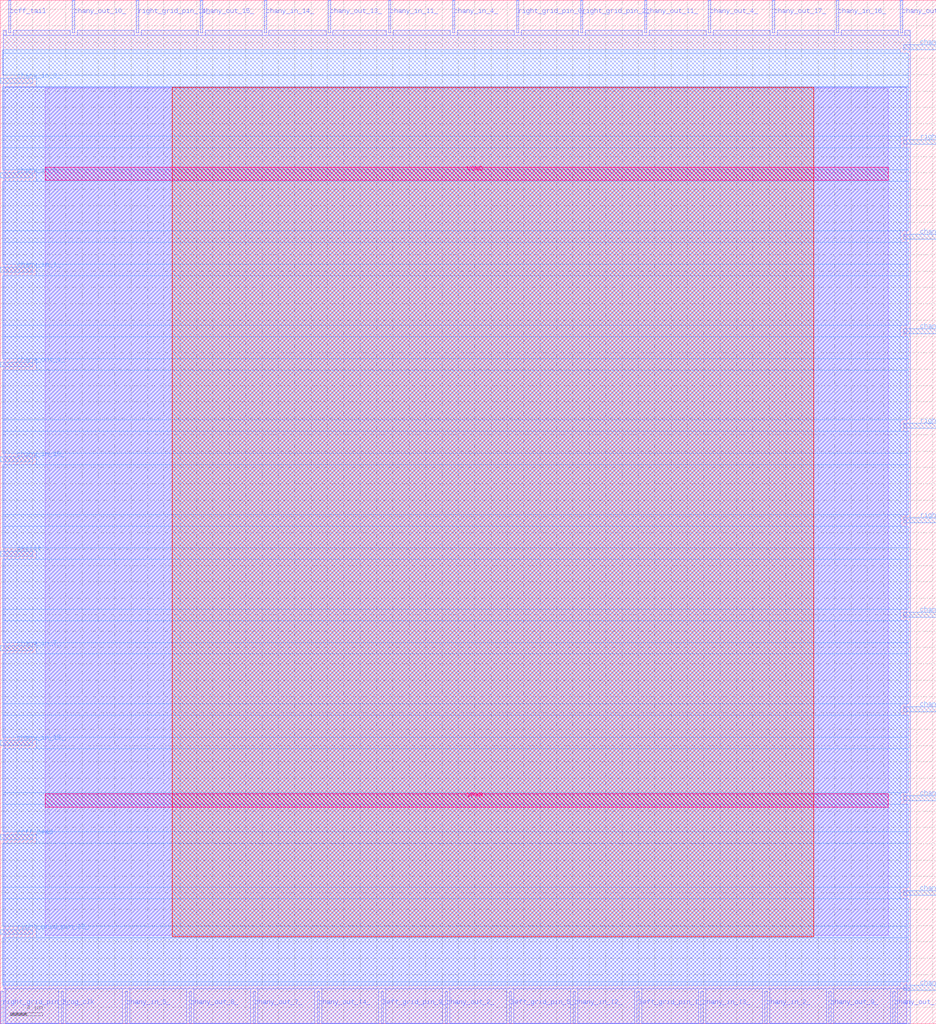
<source format=lef>
VERSION 5.7 ;
  NAMESCASESENSITIVE ON ;
  NOWIREEXTENSIONATPIN ON ;
  DIVIDERCHAR "/" ;
  BUSBITCHARS "[]" ;
UNITS
  DATABASE MICRONS 200 ;
END UNITS

MACRO cby_2__1_
  CLASS BLOCK ;
  FOREIGN cby_2__1_ ;
  ORIGIN 0.000 0.000 ;
  SIZE 114.410 BY 125.130 ;
  PIN ccff_head
    DIRECTION INPUT ;
    PORT
      LAYER met3 ;
        RECT 0.000 22.480 4.000 23.080 ;
    END
  END ccff_head
  PIN ccff_tail
    DIRECTION OUTPUT TRISTATE ;
    PORT
      LAYER met2 ;
        RECT 1.010 121.130 1.290 125.130 ;
    END
  END ccff_tail
  PIN chany_in_0_
    DIRECTION INPUT ;
    PORT
      LAYER met3 ;
        RECT 0.000 103.400 4.000 104.000 ;
    END
  END chany_in_0_
  PIN chany_in_10_
    DIRECTION INPUT ;
    PORT
      LAYER met3 ;
        RECT 0.000 68.720 4.000 69.320 ;
    END
  END chany_in_10_
  PIN chany_in_11_
    DIRECTION INPUT ;
    PORT
      LAYER met2 ;
        RECT 47.470 121.130 47.750 125.130 ;
    END
  END chany_in_11_
  PIN chany_in_12_
    DIRECTION INPUT ;
    PORT
      LAYER met2 ;
        RECT 70.010 0.000 70.290 4.000 ;
    END
  END chany_in_12_
  PIN chany_in_13_
    DIRECTION INPUT ;
    PORT
      LAYER met2 ;
        RECT 85.650 0.000 85.930 4.000 ;
    END
  END chany_in_13_
  PIN chany_in_14_
    DIRECTION INPUT ;
    PORT
      LAYER met2 ;
        RECT 32.290 121.130 32.570 125.130 ;
    END
  END chany_in_14_
  PIN chany_in_15_
    DIRECTION INPUT ;
    PORT
      LAYER met3 ;
        RECT 0.000 34.040 4.000 34.640 ;
    END
  END chany_in_15_
  PIN chany_in_16_
    DIRECTION INPUT ;
    PORT
      LAYER met2 ;
        RECT 102.210 121.130 102.490 125.130 ;
    END
  END chany_in_16_
  PIN chany_in_17_
    DIRECTION INPUT ;
    PORT
      LAYER met3 ;
        RECT 110.410 84.360 114.410 84.960 ;
    END
  END chany_in_17_
  PIN chany_in_1_
    DIRECTION INPUT ;
    PORT
      LAYER met3 ;
        RECT 0.000 91.840 4.000 92.440 ;
    END
  END chany_in_1_
  PIN chany_in_2_
    DIRECTION INPUT ;
    PORT
      LAYER met2 ;
        RECT 93.470 0.000 93.750 4.000 ;
    END
  END chany_in_2_
  PIN chany_in_3_
    DIRECTION INPUT ;
    PORT
      LAYER met3 ;
        RECT 0.000 114.960 4.000 115.560 ;
    END
  END chany_in_3_
  PIN chany_in_4_
    DIRECTION INPUT ;
    PORT
      LAYER met2 ;
        RECT 55.290 121.130 55.570 125.130 ;
    END
  END chany_in_4_
  PIN chany_in_5_
    DIRECTION INPUT ;
    PORT
      LAYER met2 ;
        RECT 15.270 0.000 15.550 4.000 ;
    END
  END chany_in_5_
  PIN chany_in_6_
    DIRECTION INPUT ;
    PORT
      LAYER met3 ;
        RECT 110.410 27.240 114.410 27.840 ;
    END
  END chany_in_6_
  PIN chany_in_7_
    DIRECTION INPUT ;
    PORT
      LAYER met3 ;
        RECT 0.000 45.600 4.000 46.200 ;
    END
  END chany_in_7_
  PIN chany_in_8_
    DIRECTION INPUT ;
    PORT
      LAYER met3 ;
        RECT 110.410 49.680 114.410 50.280 ;
    END
  END chany_in_8_
  PIN chany_in_9_
    DIRECTION INPUT ;
    PORT
      LAYER met3 ;
        RECT 110.410 119.040 114.410 119.640 ;
    END
  END chany_in_9_
  PIN chany_out_0_
    DIRECTION OUTPUT TRISTATE ;
    PORT
      LAYER met3 ;
        RECT 110.410 15.680 114.410 16.280 ;
    END
  END chany_out_0_
  PIN chany_out_10_
    DIRECTION OUTPUT TRISTATE ;
    PORT
      LAYER met2 ;
        RECT 8.830 121.130 9.110 125.130 ;
    END
  END chany_out_10_
  PIN chany_out_11_
    DIRECTION OUTPUT TRISTATE ;
    PORT
      LAYER met2 ;
        RECT 78.750 121.130 79.030 125.130 ;
    END
  END chany_out_11_
  PIN chany_out_12_
    DIRECTION OUTPUT TRISTATE ;
    PORT
      LAYER met3 ;
        RECT 110.410 4.120 114.410 4.720 ;
    END
  END chany_out_12_
  PIN chany_out_13_
    DIRECTION OUTPUT TRISTATE ;
    PORT
      LAYER met2 ;
        RECT 40.110 121.130 40.390 125.130 ;
    END
  END chany_out_13_
  PIN chany_out_14_
    DIRECTION OUTPUT TRISTATE ;
    PORT
      LAYER met2 ;
        RECT 38.730 0.000 39.010 4.000 ;
    END
  END chany_out_14_
  PIN chany_out_15_
    DIRECTION OUTPUT TRISTATE ;
    PORT
      LAYER met2 ;
        RECT 24.470 121.130 24.750 125.130 ;
    END
  END chany_out_15_
  PIN chany_out_16_
    DIRECTION OUTPUT TRISTATE ;
    PORT
      LAYER met2 ;
        RECT 109.110 0.000 109.390 4.000 ;
    END
  END chany_out_16_
  PIN chany_out_17_
    DIRECTION OUTPUT TRISTATE ;
    PORT
      LAYER met2 ;
        RECT 94.390 121.130 94.670 125.130 ;
    END
  END chany_out_17_
  PIN chany_out_1_
    DIRECTION OUTPUT TRISTATE ;
    PORT
      LAYER met3 ;
        RECT 0.000 80.280 4.000 80.880 ;
    END
  END chany_out_1_
  PIN chany_out_2_
    DIRECTION OUTPUT TRISTATE ;
    PORT
      LAYER met2 ;
        RECT 54.370 0.000 54.650 4.000 ;
    END
  END chany_out_2_
  PIN chany_out_3_
    DIRECTION OUTPUT TRISTATE ;
    PORT
      LAYER met3 ;
        RECT 110.410 95.920 114.410 96.520 ;
    END
  END chany_out_3_
  PIN chany_out_4_
    DIRECTION OUTPUT TRISTATE ;
    PORT
      LAYER met2 ;
        RECT 86.570 121.130 86.850 125.130 ;
    END
  END chany_out_4_
  PIN chany_out_5_
    DIRECTION OUTPUT TRISTATE ;
    PORT
      LAYER met2 ;
        RECT 110.030 121.130 110.310 125.130 ;
    END
  END chany_out_5_
  PIN chany_out_6_
    DIRECTION OUTPUT TRISTATE ;
    PORT
      LAYER met3 ;
        RECT 110.410 38.120 114.410 38.720 ;
    END
  END chany_out_6_
  PIN chany_out_7_
    DIRECTION OUTPUT TRISTATE ;
    PORT
      LAYER met2 ;
        RECT 30.910 0.000 31.190 4.000 ;
    END
  END chany_out_7_
  PIN chany_out_8_
    DIRECTION OUTPUT TRISTATE ;
    PORT
      LAYER met2 ;
        RECT 23.090 0.000 23.370 4.000 ;
    END
  END chany_out_8_
  PIN chany_out_9_
    DIRECTION OUTPUT TRISTATE ;
    PORT
      LAYER met2 ;
        RECT 101.290 0.000 101.570 4.000 ;
    END
  END chany_out_9_
  PIN left_grid_pin_1_
    DIRECTION OUTPUT TRISTATE ;
    PORT
      LAYER met2 ;
        RECT 77.830 0.000 78.110 4.000 ;
    END
  END left_grid_pin_1_
  PIN left_grid_pin_5_
    DIRECTION OUTPUT TRISTATE ;
    PORT
      LAYER met2 ;
        RECT 62.190 0.000 62.470 4.000 ;
    END
  END left_grid_pin_5_
  PIN left_grid_pin_9_
    DIRECTION OUTPUT TRISTATE ;
    PORT
      LAYER met2 ;
        RECT 46.550 0.000 46.830 4.000 ;
    END
  END left_grid_pin_9_
  PIN pReset
    DIRECTION INPUT ;
    PORT
      LAYER met3 ;
        RECT 0.000 57.160 4.000 57.760 ;
    END
  END pReset
  PIN prog_clk
    DIRECTION INPUT ;
    PORT
      LAYER met2 ;
        RECT 7.450 0.000 7.730 4.000 ;
    END
  END prog_clk
  PIN right_grid_pin_0_
    DIRECTION OUTPUT TRISTATE ;
    PORT
      LAYER met2 ;
        RECT 63.110 121.130 63.390 125.130 ;
    END
  END right_grid_pin_0_
  PIN right_grid_pin_10_
    DIRECTION OUTPUT TRISTATE ;
    PORT
      LAYER met3 ;
        RECT 110.410 72.800 114.410 73.400 ;
    END
  END right_grid_pin_10_
  PIN right_grid_pin_12_
    DIRECTION OUTPUT TRISTATE ;
    PORT
      LAYER met3 ;
        RECT 0.000 10.920 4.000 11.520 ;
    END
  END right_grid_pin_12_
  PIN right_grid_pin_14_
    DIRECTION OUTPUT TRISTATE ;
    PORT
      LAYER met2 ;
        RECT 16.650 121.130 16.930 125.130 ;
    END
  END right_grid_pin_14_
  PIN right_grid_pin_2_
    DIRECTION OUTPUT TRISTATE ;
    PORT
      LAYER met2 ;
        RECT 70.930 121.130 71.210 125.130 ;
    END
  END right_grid_pin_2_
  PIN right_grid_pin_4_
    DIRECTION OUTPUT TRISTATE ;
    PORT
      LAYER met3 ;
        RECT 110.410 107.480 114.410 108.080 ;
    END
  END right_grid_pin_4_
  PIN right_grid_pin_6_
    DIRECTION OUTPUT TRISTATE ;
    PORT
      LAYER met3 ;
        RECT 110.410 61.240 114.410 61.840 ;
    END
  END right_grid_pin_6_
  PIN right_grid_pin_8_
    DIRECTION OUTPUT TRISTATE ;
    PORT
      LAYER met2 ;
        RECT 0.090 0.000 0.370 4.000 ;
    END
  END right_grid_pin_8_
  PIN VPWR
    DIRECTION INPUT ;
    USE POWER ;
    PORT
      LAYER met5 ;
        RECT 5.520 26.490 108.560 28.090 ;
    END
  END VPWR
  PIN VGND
    DIRECTION INPUT ;
    USE GROUND ;
    PORT
      LAYER met5 ;
        RECT 5.520 103.080 108.560 104.680 ;
    END
  END VGND
  OBS
      LAYER li1 ;
        RECT 5.520 10.795 108.560 114.325 ;
      LAYER met1 ;
        RECT 0.530 0.040 110.790 114.480 ;
      LAYER met2 ;
        RECT 0.370 120.850 0.730 121.450 ;
        RECT 1.570 120.850 8.550 121.450 ;
        RECT 9.390 120.850 16.370 121.450 ;
        RECT 17.210 120.850 24.190 121.450 ;
        RECT 25.030 120.850 32.010 121.450 ;
        RECT 32.850 120.850 39.830 121.450 ;
        RECT 40.670 120.850 47.190 121.450 ;
        RECT 48.030 120.850 55.010 121.450 ;
        RECT 55.850 120.850 62.830 121.450 ;
        RECT 63.670 120.850 70.650 121.450 ;
        RECT 71.490 120.850 78.470 121.450 ;
        RECT 79.310 120.850 86.290 121.450 ;
        RECT 87.130 120.850 94.110 121.450 ;
        RECT 94.950 120.850 101.930 121.450 ;
        RECT 102.770 120.850 109.750 121.450 ;
        RECT 110.590 120.850 111.230 121.450 ;
        RECT 0.370 4.280 111.230 120.850 ;
        RECT 0.650 0.010 7.170 4.280 ;
        RECT 8.010 0.010 14.990 4.280 ;
        RECT 15.830 0.010 22.810 4.280 ;
        RECT 23.650 0.010 30.630 4.280 ;
        RECT 31.470 0.010 38.450 4.280 ;
        RECT 39.290 0.010 46.270 4.280 ;
        RECT 47.110 0.010 54.090 4.280 ;
        RECT 54.930 0.010 61.910 4.280 ;
        RECT 62.750 0.010 69.730 4.280 ;
        RECT 70.570 0.010 77.550 4.280 ;
        RECT 78.390 0.010 85.370 4.280 ;
        RECT 86.210 0.010 93.190 4.280 ;
        RECT 94.030 0.010 101.010 4.280 ;
        RECT 101.850 0.010 108.830 4.280 ;
        RECT 109.670 0.010 111.230 4.280 ;
      LAYER met3 ;
        RECT 0.310 118.640 110.010 119.040 ;
        RECT 0.310 115.960 111.010 118.640 ;
        RECT 4.400 114.560 111.010 115.960 ;
        RECT 0.310 108.480 111.010 114.560 ;
        RECT 0.310 107.080 110.010 108.480 ;
        RECT 0.310 104.400 111.010 107.080 ;
        RECT 4.400 103.000 111.010 104.400 ;
        RECT 0.310 96.920 111.010 103.000 ;
        RECT 0.310 95.520 110.010 96.920 ;
        RECT 0.310 92.840 111.010 95.520 ;
        RECT 4.400 91.440 111.010 92.840 ;
        RECT 0.310 85.360 111.010 91.440 ;
        RECT 0.310 83.960 110.010 85.360 ;
        RECT 0.310 81.280 111.010 83.960 ;
        RECT 4.400 79.880 111.010 81.280 ;
        RECT 0.310 73.800 111.010 79.880 ;
        RECT 0.310 72.400 110.010 73.800 ;
        RECT 0.310 69.720 111.010 72.400 ;
        RECT 4.400 68.320 111.010 69.720 ;
        RECT 0.310 62.240 111.010 68.320 ;
        RECT 0.310 60.840 110.010 62.240 ;
        RECT 0.310 58.160 111.010 60.840 ;
        RECT 4.400 56.760 111.010 58.160 ;
        RECT 0.310 50.680 111.010 56.760 ;
        RECT 0.310 49.280 110.010 50.680 ;
        RECT 0.310 46.600 111.010 49.280 ;
        RECT 4.400 45.200 111.010 46.600 ;
        RECT 0.310 39.120 111.010 45.200 ;
        RECT 0.310 37.720 110.010 39.120 ;
        RECT 0.310 35.040 111.010 37.720 ;
        RECT 4.400 33.640 111.010 35.040 ;
        RECT 0.310 28.240 111.010 33.640 ;
        RECT 0.310 26.840 110.010 28.240 ;
        RECT 0.310 23.480 111.010 26.840 ;
        RECT 4.400 22.080 111.010 23.480 ;
        RECT 0.310 16.680 111.010 22.080 ;
        RECT 0.310 15.280 110.010 16.680 ;
        RECT 0.310 11.920 111.010 15.280 ;
        RECT 4.400 10.520 111.010 11.920 ;
        RECT 0.310 5.120 111.010 10.520 ;
        RECT 0.310 4.720 110.010 5.120 ;
      LAYER met4 ;
        RECT 21.040 10.640 99.440 114.480 ;
  END
END cby_2__1_
END LIBRARY


</source>
